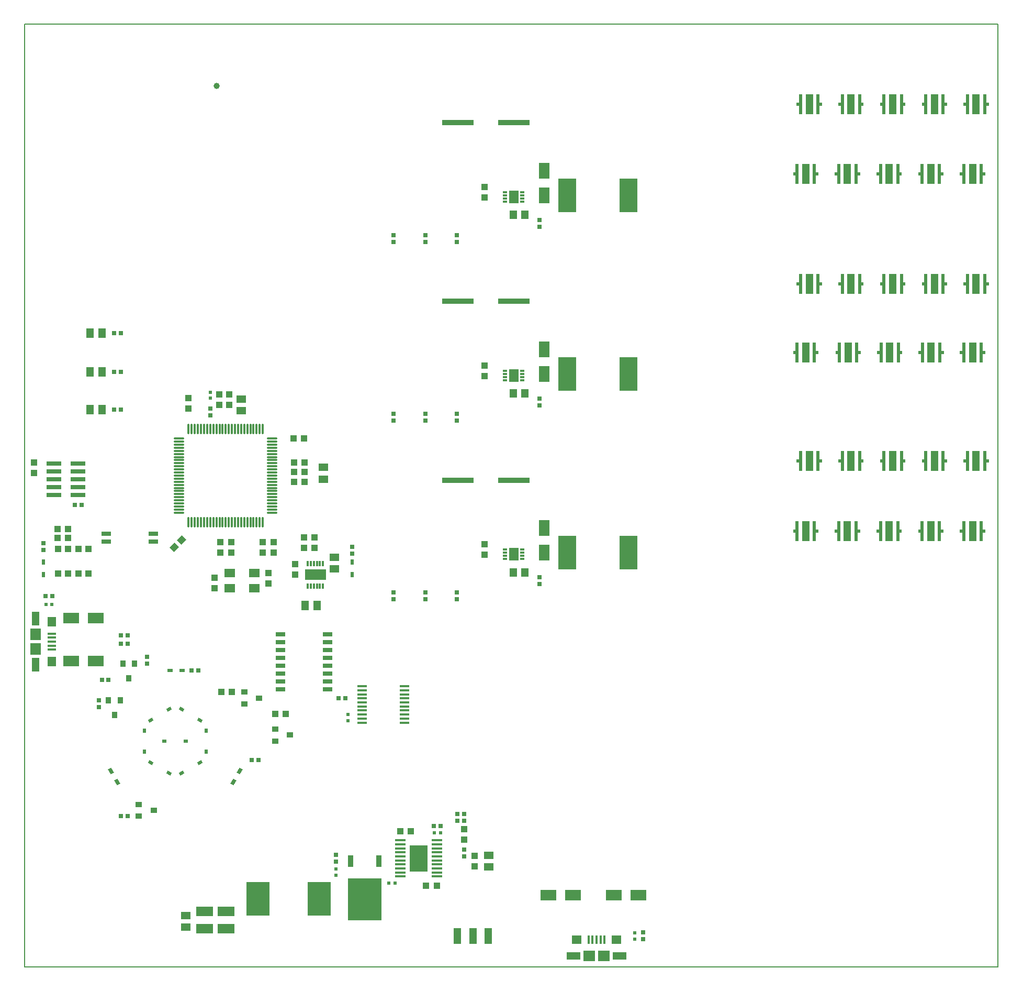
<source format=gtp>
%FSLAX25Y25*%
%MOIN*%
G70*
G01*
G75*
G04 Layer_Color=8421504*
%ADD10C,0.00700*%
%ADD11R,0.02953X0.02559*%
%ADD12R,0.02559X0.02953*%
%ADD13R,0.01969X0.12992*%
%ADD14R,0.05118X0.12992*%
%ADD15R,0.01969X0.02362*%
%ADD16R,0.03937X0.04331*%
%ADD17R,0.04331X0.03937*%
%ADD18R,0.10630X0.06299*%
%ADD19R,0.02362X0.01969*%
%ADD20R,0.05906X0.05118*%
%ADD21R,0.05118X0.05906*%
G04:AMPARAMS|DCode=22|XSize=39.37mil|YSize=43.31mil|CornerRadius=0mil|HoleSize=0mil|Usage=FLASHONLY|Rotation=135.000|XOffset=0mil|YOffset=0mil|HoleType=Round|Shape=Rectangle|*
%AMROTATEDRECTD22*
4,1,4,0.02923,0.00139,-0.00139,-0.02923,-0.02923,-0.00139,0.00139,0.02923,0.02923,0.00139,0.0*
%
%ADD22ROTATEDRECTD22*%

%ADD23R,0.03937X0.03937*%
%ADD24R,0.03543X0.02362*%
%ADD25R,0.02362X0.03543*%
G04:AMPARAMS|DCode=26|XSize=23.62mil|YSize=35.43mil|CornerRadius=0mil|HoleSize=0mil|Usage=FLASHONLY|Rotation=330.000|XOffset=0mil|YOffset=0mil|HoleType=Round|Shape=Rectangle|*
%AMROTATEDRECTD26*
4,1,4,-0.01909,-0.00944,-0.00137,0.02125,0.01909,0.00944,0.00137,-0.02125,-0.01909,-0.00944,0.0*
%
%ADD26ROTATEDRECTD26*%

G04:AMPARAMS|DCode=27|XSize=23.62mil|YSize=35.43mil|CornerRadius=0mil|HoleSize=0mil|Usage=FLASHONLY|Rotation=210.000|XOffset=0mil|YOffset=0mil|HoleType=Round|Shape=Rectangle|*
%AMROTATEDRECTD27*
4,1,4,0.00137,0.02125,0.01909,-0.00944,-0.00137,-0.02125,-0.01909,0.00944,0.00137,0.02125,0.0*
%
%ADD27ROTATEDRECTD27*%

%ADD28R,0.02008X0.02953*%
G04:AMPARAMS|DCode=29|XSize=20.08mil|YSize=29.53mil|CornerRadius=0mil|HoleSize=0mil|Usage=FLASHONLY|Rotation=240.000|XOffset=0mil|YOffset=0mil|HoleType=Round|Shape=Rectangle|*
%AMROTATEDRECTD29*
4,1,4,-0.00777,0.01608,0.01781,0.00131,0.00777,-0.01608,-0.01781,-0.00131,-0.00777,0.01608,0.0*
%
%ADD29ROTATEDRECTD29*%

G04:AMPARAMS|DCode=30|XSize=20.08mil|YSize=29.53mil|CornerRadius=0mil|HoleSize=0mil|Usage=FLASHONLY|Rotation=300.000|XOffset=0mil|YOffset=0mil|HoleType=Round|Shape=Rectangle|*
%AMROTATEDRECTD30*
4,1,4,-0.01781,0.00131,0.00777,0.01608,0.01781,-0.00131,-0.00777,-0.01608,-0.01781,0.00131,0.0*
%
%ADD30ROTATEDRECTD30*%

%ADD31R,0.03347X0.03937*%
%ADD32R,0.03347X0.03937*%
%ADD33R,0.03937X0.03347*%
%ADD34R,0.03937X0.03347*%
%ADD35R,0.20472X0.03543*%
%ADD36R,0.06693X0.09843*%
%ADD37R,0.11417X0.21260*%
%ADD38R,0.04528X0.05512*%
%ADD39R,0.06299X0.07874*%
%ADD40R,0.02756X0.01181*%
%ADD41R,0.09843X0.06693*%
%ADD42O,0.07087X0.01181*%
%ADD43O,0.01181X0.07087*%
%ADD44R,0.09449X0.02992*%
%ADD45R,0.15157X0.21654*%
%ADD46R,0.04724X0.09843*%
%ADD47R,0.01575X0.05315*%
%ADD48R,0.06299X0.05512*%
%ADD49R,0.07480X0.07087*%
%ADD50R,0.09055X0.05118*%
%ADD51R,0.05118X0.09055*%
%ADD52R,0.07087X0.07480*%
%ADD53R,0.05512X0.06299*%
%ADD54R,0.05315X0.01575*%
%ADD55R,0.13386X0.07087*%
%ADD56R,0.01181X0.03347*%
%ADD57R,0.07087X0.05512*%
%ADD58R,0.06299X0.02992*%
%ADD59R,0.06102X0.01772*%
%ADD60C,0.03937*%
%ADD61R,0.02953X0.02008*%
%ADD62R,0.21654X0.27165*%
%ADD63R,0.03740X0.07480*%
%ADD64R,0.07008X0.01654*%
%ADD65R,0.11811X0.16535*%
%ADD66C,0.01000*%
%ADD67C,0.00600*%
%ADD68C,0.02000*%
%ADD69C,0.03000*%
G04:AMPARAMS|DCode=70|XSize=23.62mil|YSize=39.37mil|CornerRadius=0mil|HoleSize=0mil|Usage=FLASHONLY|Rotation=60.000|XOffset=0mil|YOffset=0mil|HoleType=Round|Shape=Rectangle|*
%AMROTATEDRECTD70*
4,1,4,0.01114,-0.02007,-0.02295,-0.00039,-0.01114,0.02007,0.02295,0.00039,0.01114,-0.02007,0.0*
%
%ADD70ROTATEDRECTD70*%

G04:AMPARAMS|DCode=71|XSize=23.62mil|YSize=39.37mil|CornerRadius=0mil|HoleSize=0mil|Usage=FLASHONLY|Rotation=120.000|XOffset=0mil|YOffset=0mil|HoleType=Round|Shape=Rectangle|*
%AMROTATEDRECTD71*
4,1,4,0.02295,-0.00039,-0.01114,-0.02007,-0.02295,0.00039,0.01114,0.02007,0.02295,-0.00039,0.0*
%
%ADD71ROTATEDRECTD71*%

%ADD72R,0.02362X0.03937*%
%ADD73R,0.02362X0.03740*%
%ADD74C,0.06000*%
%ADD75C,0.05906*%
%ADD76C,0.11811*%
%ADD77C,0.20000*%
%ADD78C,0.00394*%
%ADD79C,0.02000*%
%ADD80C,0.02598*%
%ADD81C,0.00984*%
%ADD82C,0.02362*%
%ADD83C,0.00787*%
G36*
X614068Y321094D02*
X611509D01*
Y323062D01*
X614068D01*
Y321094D01*
D02*
G37*
G36*
X491912Y390158D02*
X489353D01*
Y392126D01*
X491912D01*
Y390158D01*
D02*
G37*
G36*
X505495D02*
X502936D01*
Y392126D01*
X505495D01*
Y390158D01*
D02*
G37*
G36*
X600485Y321094D02*
X597926D01*
Y323062D01*
X600485D01*
Y321094D01*
D02*
G37*
G36*
X560915D02*
X558356D01*
Y323062D01*
X560915D01*
Y321094D01*
D02*
G37*
G36*
X573909D02*
X571350D01*
Y323062D01*
X573909D01*
Y321094D01*
D02*
G37*
G36*
X587492D02*
X584932D01*
Y323062D01*
X587492D01*
Y321094D01*
D02*
G37*
G36*
X518946Y390158D02*
X516387D01*
Y392126D01*
X518946D01*
Y390158D01*
D02*
G37*
G36*
X585376D02*
X582817D01*
Y392126D01*
X585376D01*
Y390158D01*
D02*
G37*
G36*
X598216D02*
X595657D01*
Y392126D01*
X598216D01*
Y390158D01*
D02*
G37*
G36*
X611799D02*
X609240D01*
Y392126D01*
X611799D01*
Y390158D01*
D02*
G37*
G36*
X571793D02*
X569234D01*
Y392126D01*
X571793D01*
Y390158D01*
D02*
G37*
G36*
X532529D02*
X529970D01*
Y392126D01*
X532529D01*
Y390158D01*
D02*
G37*
G36*
X545370D02*
X542811D01*
Y392126D01*
X545370D01*
Y390158D01*
D02*
G37*
G36*
X558952D02*
X556393D01*
Y392126D01*
X558952D01*
Y390158D01*
D02*
G37*
G36*
X545064Y276476D02*
X542505D01*
Y278445D01*
X545064D01*
Y276476D01*
D02*
G37*
G36*
X558647D02*
X556088D01*
Y278445D01*
X558647D01*
Y276476D01*
D02*
G37*
G36*
X571640D02*
X569081D01*
Y278445D01*
X571640D01*
Y276476D01*
D02*
G37*
G36*
X532071D02*
X529512D01*
Y278445D01*
X532071D01*
Y276476D01*
D02*
G37*
G36*
X491912D02*
X489353D01*
Y278445D01*
X491912D01*
Y276476D01*
D02*
G37*
G36*
X505495D02*
X502936D01*
Y278445D01*
X505495D01*
Y276476D01*
D02*
G37*
G36*
X518488D02*
X515929D01*
Y278445D01*
X518488D01*
Y276476D01*
D02*
G37*
G36*
X585223D02*
X582664D01*
Y278445D01*
X585223D01*
Y276476D01*
D02*
G37*
G36*
X520757Y321094D02*
X518198D01*
Y323062D01*
X520757D01*
Y321094D01*
D02*
G37*
G36*
X534339D02*
X531780D01*
Y323062D01*
X534339D01*
Y321094D01*
D02*
G37*
G36*
X547333D02*
X544774D01*
Y323062D01*
X547333D01*
Y321094D01*
D02*
G37*
G36*
X507763D02*
X505204D01*
Y323062D01*
X507763D01*
Y321094D01*
D02*
G37*
G36*
X598216Y276476D02*
X595657D01*
Y278445D01*
X598216D01*
Y276476D01*
D02*
G37*
G36*
X611799D02*
X609240D01*
Y278445D01*
X611799D01*
Y276476D01*
D02*
G37*
G36*
X494180Y321094D02*
X491621D01*
Y323062D01*
X494180D01*
Y321094D01*
D02*
G37*
G36*
X611799Y503839D02*
X609240D01*
Y505807D01*
X611799D01*
Y503839D01*
D02*
G37*
G36*
X494180Y548062D02*
X491621D01*
Y550031D01*
X494180D01*
Y548062D01*
D02*
G37*
G36*
X507763D02*
X505204D01*
Y550031D01*
X507763D01*
Y548062D01*
D02*
G37*
G36*
X598216Y503839D02*
X595657D01*
Y505807D01*
X598216D01*
Y503839D01*
D02*
G37*
G36*
X558647D02*
X556088D01*
Y505807D01*
X558647D01*
Y503839D01*
D02*
G37*
G36*
X571640D02*
X569081D01*
Y505807D01*
X571640D01*
Y503839D01*
D02*
G37*
G36*
X585223D02*
X582664D01*
Y505807D01*
X585223D01*
Y503839D01*
D02*
G37*
G36*
X520757Y548062D02*
X518198D01*
Y550031D01*
X520757D01*
Y548062D01*
D02*
G37*
G36*
X587492D02*
X584932D01*
Y550031D01*
X587492D01*
Y548062D01*
D02*
G37*
G36*
X600485D02*
X597926D01*
Y550031D01*
X600485D01*
Y548062D01*
D02*
G37*
G36*
X614068D02*
X611509D01*
Y550031D01*
X614068D01*
Y548062D01*
D02*
G37*
G36*
X573909D02*
X571350D01*
Y550031D01*
X573909D01*
Y548062D01*
D02*
G37*
G36*
X534339D02*
X531780D01*
Y550031D01*
X534339D01*
Y548062D01*
D02*
G37*
G36*
X547333D02*
X544774D01*
Y550031D01*
X547333D01*
Y548062D01*
D02*
G37*
G36*
X560915D02*
X558356D01*
Y550031D01*
X560915D01*
Y548062D01*
D02*
G37*
G36*
X547333Y433587D02*
X544774D01*
Y435556D01*
X547333D01*
Y433587D01*
D02*
G37*
G36*
X560915D02*
X558356D01*
Y435556D01*
X560915D01*
Y433587D01*
D02*
G37*
G36*
X573909D02*
X571350D01*
Y435556D01*
X573909D01*
Y433587D01*
D02*
G37*
G36*
X534339D02*
X531780D01*
Y435556D01*
X534339D01*
Y433587D01*
D02*
G37*
G36*
X494180D02*
X491621D01*
Y435556D01*
X494180D01*
Y433587D01*
D02*
G37*
G36*
X507763D02*
X505204D01*
Y435556D01*
X507763D01*
Y433587D01*
D02*
G37*
G36*
X520757D02*
X518198D01*
Y435556D01*
X520757D01*
Y433587D01*
D02*
G37*
G36*
X587492D02*
X584932D01*
Y435556D01*
X587492D01*
Y433587D01*
D02*
G37*
G36*
X518488Y503839D02*
X515929D01*
Y505807D01*
X518488D01*
Y503839D01*
D02*
G37*
G36*
X532071D02*
X529512D01*
Y505807D01*
X532071D01*
Y503839D01*
D02*
G37*
G36*
X545064D02*
X542505D01*
Y505807D01*
X545064D01*
Y503839D01*
D02*
G37*
G36*
X505495D02*
X502936D01*
Y505807D01*
X505495D01*
Y503839D01*
D02*
G37*
G36*
X600485Y433587D02*
X597926D01*
Y435556D01*
X600485D01*
Y433587D01*
D02*
G37*
G36*
X614068D02*
X611509D01*
Y435556D01*
X614068D01*
Y433587D01*
D02*
G37*
G36*
X491912Y503839D02*
X489353D01*
Y505807D01*
X491912D01*
Y503839D01*
D02*
G37*
D11*
X56850Y403248D02*
D03*
X61181D02*
D03*
X56850Y378839D02*
D03*
X61181D02*
D03*
X56850Y354823D02*
D03*
X61181D02*
D03*
X275557Y97333D02*
D03*
X279887D02*
D03*
X204331Y170965D02*
D03*
X200000D02*
D03*
X279887Y92904D02*
D03*
X275557D02*
D03*
X31935Y294100D02*
D03*
X36265Y294100D02*
D03*
X61185Y95881D02*
D03*
X65516Y95881D02*
D03*
X49016Y182776D02*
D03*
X53347Y182776D02*
D03*
X65354Y205610D02*
D03*
X61024Y205610D02*
D03*
X65354Y211122D02*
D03*
X61024Y211122D02*
D03*
X106299Y188681D02*
D03*
X110630D02*
D03*
X144488Y131595D02*
D03*
X148819D02*
D03*
X13189Y235925D02*
D03*
X17520D02*
D03*
X264927Y89754D02*
D03*
X260596D02*
D03*
D12*
X279887Y74695D02*
D03*
Y70365D02*
D03*
X198293Y71349D02*
D03*
X198293Y67018D02*
D03*
X208661Y263091D02*
D03*
X208661Y267421D02*
D03*
X11806Y265198D02*
D03*
Y269529D02*
D03*
X77953Y193012D02*
D03*
X77953Y197343D02*
D03*
X47244Y165453D02*
D03*
X47244Y169783D02*
D03*
X118110Y355217D02*
D03*
X118110Y350886D02*
D03*
X234940Y461221D02*
D03*
Y465551D02*
D03*
Y233858D02*
D03*
Y238189D02*
D03*
Y347539D02*
D03*
Y351870D02*
D03*
X275296Y461221D02*
D03*
Y465551D02*
D03*
Y233858D02*
D03*
Y238189D02*
D03*
Y347539D02*
D03*
Y351870D02*
D03*
X255118Y461221D02*
D03*
Y465551D02*
D03*
Y233858D02*
D03*
Y238189D02*
D03*
Y347539D02*
D03*
Y351870D02*
D03*
X328012Y470891D02*
D03*
Y475222D02*
D03*
Y243529D02*
D03*
Y247860D02*
D03*
Y357210D02*
D03*
Y361541D02*
D03*
X393701Y21949D02*
D03*
Y17618D02*
D03*
D13*
X582664Y277461D02*
D03*
X571640D02*
D03*
X556088D02*
D03*
X545064D02*
D03*
X529512D02*
D03*
X518488D02*
D03*
X502936D02*
D03*
X491912D02*
D03*
X600485Y322078D02*
D03*
X611509D02*
D03*
X573909D02*
D03*
X584932D02*
D03*
X547333D02*
D03*
X558356D02*
D03*
X520757D02*
D03*
X531780D02*
D03*
X494180D02*
D03*
X505204D02*
D03*
X609240Y391142D02*
D03*
X598216D02*
D03*
X582817D02*
D03*
X571793D02*
D03*
X556393D02*
D03*
X545370D02*
D03*
X529970D02*
D03*
X518946D02*
D03*
X502936D02*
D03*
X491912D02*
D03*
X600485Y434572D02*
D03*
X611509D02*
D03*
X573909D02*
D03*
X584932D02*
D03*
X547333D02*
D03*
X558356D02*
D03*
X520757D02*
D03*
X531780D02*
D03*
X494180D02*
D03*
X505204D02*
D03*
X609240Y504823D02*
D03*
X598216D02*
D03*
X582664D02*
D03*
X571640D02*
D03*
X556088D02*
D03*
X545064D02*
D03*
X529512D02*
D03*
X518488D02*
D03*
X502936D02*
D03*
X491912D02*
D03*
X600485Y549047D02*
D03*
X611509D02*
D03*
X573909D02*
D03*
X584932D02*
D03*
X547333D02*
D03*
X558356D02*
D03*
X520757D02*
D03*
X531780D02*
D03*
X494180D02*
D03*
X505204D02*
D03*
X609240Y277461D02*
D03*
X598216D02*
D03*
D14*
X577152D02*
D03*
X550576D02*
D03*
X524000D02*
D03*
X497424D02*
D03*
X605997Y322078D02*
D03*
X579421D02*
D03*
X552844D02*
D03*
X526268D02*
D03*
X499692D02*
D03*
X603728Y391142D02*
D03*
X577305D02*
D03*
X550881D02*
D03*
X524458D02*
D03*
X497424D02*
D03*
X605997Y434572D02*
D03*
X579421D02*
D03*
X552844D02*
D03*
X526268D02*
D03*
X499692D02*
D03*
X603728Y504823D02*
D03*
X577152D02*
D03*
X550576D02*
D03*
X524000D02*
D03*
X497424D02*
D03*
X605997Y549047D02*
D03*
X579421D02*
D03*
X552844D02*
D03*
X526268D02*
D03*
X499692D02*
D03*
X603728Y277461D02*
D03*
D15*
X264730Y85325D02*
D03*
X260793D02*
D03*
X231856Y53435D02*
D03*
X235793D02*
D03*
X13386Y230807D02*
D03*
X17323D02*
D03*
D16*
X279887Y87687D02*
D03*
Y80994D02*
D03*
X286384Y63967D02*
D03*
Y70660D02*
D03*
X5700Y314454D02*
D03*
X5700Y321146D02*
D03*
X104331Y361909D02*
D03*
X104331Y355217D02*
D03*
X151600Y263754D02*
D03*
Y270446D02*
D03*
X158500Y263754D02*
D03*
Y270446D02*
D03*
X131500Y263754D02*
D03*
Y270446D02*
D03*
X124500Y263754D02*
D03*
Y270446D02*
D03*
X130300Y364347D02*
D03*
Y357653D02*
D03*
X123900Y364347D02*
D03*
Y357653D02*
D03*
X155300Y243953D02*
D03*
Y250646D02*
D03*
X120800Y247847D02*
D03*
Y241154D02*
D03*
X172031Y249539D02*
D03*
Y256232D02*
D03*
X292913Y489764D02*
D03*
Y496457D02*
D03*
Y262402D02*
D03*
Y269094D02*
D03*
Y376083D02*
D03*
Y382776D02*
D03*
D17*
X262368Y51664D02*
D03*
X255675D02*
D03*
X20861Y272939D02*
D03*
X27553Y272939D02*
D03*
X178147Y321100D02*
D03*
X171453D02*
D03*
X178147Y315100D02*
D03*
X171453D02*
D03*
X177953Y336319D02*
D03*
X171260D02*
D03*
X178147Y308600D02*
D03*
X171453D02*
D03*
X177756Y273327D02*
D03*
X184449Y273327D02*
D03*
X177685Y266539D02*
D03*
X184378D02*
D03*
X131841Y174853D02*
D03*
X125148Y174853D02*
D03*
X166142Y161122D02*
D03*
X159449D02*
D03*
X239041Y86408D02*
D03*
X245734D02*
D03*
X20861Y278839D02*
D03*
X27553Y278839D02*
D03*
D18*
X128347Y35246D02*
D03*
Y24222D02*
D03*
X114404Y35246D02*
D03*
Y24222D02*
D03*
D19*
X198293Y58258D02*
D03*
Y62195D02*
D03*
X118110Y365846D02*
D03*
Y361910D02*
D03*
X388583Y21752D02*
D03*
Y17815D02*
D03*
X205807Y160630D02*
D03*
Y156693D02*
D03*
D20*
X295635Y63672D02*
D03*
Y71152D02*
D03*
X190200Y310460D02*
D03*
Y317940D02*
D03*
X137800Y361440D02*
D03*
Y353960D02*
D03*
X197031Y253299D02*
D03*
Y260780D02*
D03*
X102362Y32776D02*
D03*
Y25295D02*
D03*
D21*
X49016Y378839D02*
D03*
X41535D02*
D03*
X49016Y354823D02*
D03*
X41535D02*
D03*
X49016Y403248D02*
D03*
X41535Y403248D02*
D03*
X178551Y230039D02*
D03*
X186031Y230039D02*
D03*
D22*
X95267Y267019D02*
D03*
X100000Y271752D02*
D03*
D23*
X40457Y250265D02*
D03*
X34157D02*
D03*
Y266013D02*
D03*
X40457D02*
D03*
X27557Y250365D02*
D03*
X21258D02*
D03*
Y266113D02*
D03*
X27557D02*
D03*
D24*
X100311Y188717D02*
D03*
X92437Y188717D02*
D03*
D25*
X208661Y249705D02*
D03*
X208661Y257579D02*
D03*
X11806Y249827D02*
D03*
Y257701D02*
D03*
D26*
X136721Y124554D02*
D03*
X132783Y117735D02*
D03*
D27*
X58720D02*
D03*
X54783Y124554D02*
D03*
D28*
X76067Y150436D02*
D03*
Y136854D02*
D03*
X115437Y150436D02*
D03*
Y136854D02*
D03*
D29*
X111476Y157178D02*
D03*
X99713Y163970D02*
D03*
X80028Y130111D02*
D03*
X91791Y123320D02*
D03*
D30*
X91791Y163970D02*
D03*
X80028Y157178D02*
D03*
X111476Y130111D02*
D03*
X99713Y123320D02*
D03*
D31*
X69965Y192999D02*
D03*
X66225Y183550D02*
D03*
X60827Y169783D02*
D03*
X57087Y160335D02*
D03*
D32*
X62485Y192999D02*
D03*
X53347Y169783D02*
D03*
D33*
X72602Y103361D02*
D03*
X82051Y99621D02*
D03*
X149213Y171161D02*
D03*
X139764Y174902D02*
D03*
X168898Y147539D02*
D03*
X159449Y151279D02*
D03*
D34*
X72602Y95881D02*
D03*
X139764Y167421D02*
D03*
X159449Y143799D02*
D03*
D35*
X275984Y309842D02*
D03*
X311417D02*
D03*
X275984Y423524D02*
D03*
X311417D02*
D03*
X275984Y537205D02*
D03*
X311417D02*
D03*
D36*
X330709Y279331D02*
D03*
Y263583D02*
D03*
Y393012D02*
D03*
Y377264D02*
D03*
Y506693D02*
D03*
Y490945D02*
D03*
D37*
X345669Y263583D02*
D03*
X384646D02*
D03*
X345669Y377264D02*
D03*
X384646D02*
D03*
X345669Y490945D02*
D03*
X384646D02*
D03*
D38*
X311319Y251181D02*
D03*
X318602D02*
D03*
X311319Y364862D02*
D03*
X318602D02*
D03*
X311319Y478543D02*
D03*
X318602D02*
D03*
D39*
X311417Y262598D02*
D03*
Y376279D02*
D03*
X311417Y489961D02*
D03*
D40*
X316929Y265551D02*
D03*
Y263583D02*
D03*
Y261614D02*
D03*
Y259646D02*
D03*
X305906D02*
D03*
Y261614D02*
D03*
Y263583D02*
D03*
Y265551D02*
D03*
Y379232D02*
D03*
Y377264D02*
D03*
Y375295D02*
D03*
Y373327D02*
D03*
X316929D02*
D03*
Y375295D02*
D03*
Y377264D02*
D03*
Y379232D02*
D03*
X305906Y492913D02*
D03*
Y490945D02*
D03*
Y488976D02*
D03*
Y487008D02*
D03*
X316929D02*
D03*
Y488976D02*
D03*
Y490945D02*
D03*
Y492913D02*
D03*
D41*
X349213Y45768D02*
D03*
X333465D02*
D03*
X375197D02*
D03*
X390945D02*
D03*
X45276Y222146D02*
D03*
X29528D02*
D03*
X45276Y194587D02*
D03*
X29528D02*
D03*
D42*
X98228Y336319D02*
D03*
Y334350D02*
D03*
Y332382D02*
D03*
Y330413D02*
D03*
Y328445D02*
D03*
Y326476D02*
D03*
Y324508D02*
D03*
Y322539D02*
D03*
Y320571D02*
D03*
Y318602D02*
D03*
Y316634D02*
D03*
Y314665D02*
D03*
Y312697D02*
D03*
Y310728D02*
D03*
Y308760D02*
D03*
Y306791D02*
D03*
Y304823D02*
D03*
Y302854D02*
D03*
Y300886D02*
D03*
Y298917D02*
D03*
Y296949D02*
D03*
Y294980D02*
D03*
Y293012D02*
D03*
Y291043D02*
D03*
Y289075D02*
D03*
X157677D02*
D03*
Y291043D02*
D03*
Y293012D02*
D03*
Y294980D02*
D03*
Y296949D02*
D03*
Y298917D02*
D03*
Y300886D02*
D03*
Y302854D02*
D03*
Y304823D02*
D03*
Y306791D02*
D03*
Y308760D02*
D03*
Y310728D02*
D03*
Y312697D02*
D03*
Y314665D02*
D03*
Y316634D02*
D03*
Y318602D02*
D03*
Y320571D02*
D03*
Y322539D02*
D03*
Y324508D02*
D03*
Y326476D02*
D03*
Y328445D02*
D03*
Y330413D02*
D03*
Y332382D02*
D03*
Y334350D02*
D03*
Y336319D02*
D03*
D43*
X104331Y282972D02*
D03*
X106299D02*
D03*
X108268D02*
D03*
X110236D02*
D03*
X112205D02*
D03*
X114173D02*
D03*
X116142D02*
D03*
X118110D02*
D03*
X120079D02*
D03*
X122047D02*
D03*
X124016D02*
D03*
X125984D02*
D03*
X127953D02*
D03*
X129921D02*
D03*
X131890D02*
D03*
X133858D02*
D03*
X135827D02*
D03*
X137795D02*
D03*
X139764D02*
D03*
X141732D02*
D03*
X143701D02*
D03*
X145669D02*
D03*
X147638D02*
D03*
X149606D02*
D03*
X151575D02*
D03*
Y342421D02*
D03*
X149606D02*
D03*
X147638D02*
D03*
X145669D02*
D03*
X143701D02*
D03*
X141732D02*
D03*
X139764D02*
D03*
X137795D02*
D03*
X135827D02*
D03*
X133858D02*
D03*
X131890D02*
D03*
X129921D02*
D03*
X127953D02*
D03*
X125984D02*
D03*
X124016D02*
D03*
X122047D02*
D03*
X120079D02*
D03*
X118110D02*
D03*
X116142D02*
D03*
X114173D02*
D03*
X112205D02*
D03*
X110236D02*
D03*
X108268D02*
D03*
X106299D02*
D03*
X104331D02*
D03*
D44*
X33877Y300300D02*
D03*
X18523D02*
D03*
Y305300D02*
D03*
X33877Y305300D02*
D03*
X33877Y310300D02*
D03*
X18523Y310300D02*
D03*
Y315300D02*
D03*
X33877D02*
D03*
X33877Y320300D02*
D03*
X18523D02*
D03*
D45*
X148490Y43396D02*
D03*
X187663D02*
D03*
D46*
X275590Y19587D02*
D03*
X295276D02*
D03*
X285433D02*
D03*
D47*
X369291Y17421D02*
D03*
X366732D02*
D03*
X364173D02*
D03*
X361614D02*
D03*
X359055D02*
D03*
D48*
X376772D02*
D03*
X351575D02*
D03*
D49*
X368898Y6890D02*
D03*
X359449D02*
D03*
D50*
X349409D02*
D03*
X378937D02*
D03*
D51*
X6693Y192236D02*
D03*
Y221764D02*
D03*
D52*
Y211724D02*
D03*
Y202276D02*
D03*
D53*
X17224Y219598D02*
D03*
Y194402D02*
D03*
D54*
Y212118D02*
D03*
Y209559D02*
D03*
Y207000D02*
D03*
Y204441D02*
D03*
Y201882D02*
D03*
D55*
X185031Y249539D02*
D03*
D56*
X189953Y242354D02*
D03*
X187984Y242354D02*
D03*
X186016Y242354D02*
D03*
X184047Y242354D02*
D03*
X182079Y242354D02*
D03*
X180110Y242354D02*
D03*
X180110Y256724D02*
D03*
X182079Y256724D02*
D03*
X184047Y256724D02*
D03*
X186016Y256724D02*
D03*
X187984Y256724D02*
D03*
X189953Y256724D02*
D03*
D57*
X130426Y241176D02*
D03*
Y250624D02*
D03*
X146174D02*
D03*
Y241176D02*
D03*
D58*
X162953Y211693D02*
D03*
Y206693D02*
D03*
Y201693D02*
D03*
Y196693D02*
D03*
Y191693D02*
D03*
Y186693D02*
D03*
Y181693D02*
D03*
Y176693D02*
D03*
X192953Y211693D02*
D03*
Y206693D02*
D03*
Y201693D02*
D03*
Y196693D02*
D03*
Y191693D02*
D03*
Y186693D02*
D03*
Y181693D02*
D03*
Y176693D02*
D03*
X51900Y275700D02*
D03*
Y270700D02*
D03*
X81900Y275700D02*
D03*
Y270700D02*
D03*
D59*
X214961Y178543D02*
D03*
Y175984D02*
D03*
Y173425D02*
D03*
Y170866D02*
D03*
Y168307D02*
D03*
Y165748D02*
D03*
Y163189D02*
D03*
Y160630D02*
D03*
Y158071D02*
D03*
Y155512D02*
D03*
X241732Y178543D02*
D03*
Y175984D02*
D03*
Y173425D02*
D03*
Y170866D02*
D03*
Y168307D02*
D03*
Y165748D02*
D03*
Y163189D02*
D03*
Y160630D02*
D03*
Y158071D02*
D03*
Y155512D02*
D03*
D60*
X122064Y560643D02*
D03*
D61*
X88862Y143645D02*
D03*
X102445D02*
D03*
D62*
X216384Y43002D02*
D03*
D63*
X207407Y67412D02*
D03*
X225360D02*
D03*
D64*
X262368Y57569D02*
D03*
Y60128D02*
D03*
Y62687D02*
D03*
Y65246D02*
D03*
Y67805D02*
D03*
Y70365D02*
D03*
Y72924D02*
D03*
Y75483D02*
D03*
Y78042D02*
D03*
Y80601D02*
D03*
X239061Y57569D02*
D03*
Y60128D02*
D03*
Y62687D02*
D03*
Y65246D02*
D03*
Y67805D02*
D03*
Y70365D02*
D03*
Y72924D02*
D03*
Y75483D02*
D03*
Y78042D02*
D03*
Y80601D02*
D03*
D65*
X250753Y69085D02*
D03*
D67*
X0Y0D02*
X620000D01*
X0D02*
Y600000D01*
X620000D01*
Y0D02*
Y600000D01*
M02*

</source>
